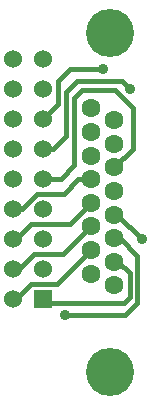
<source format=gbl>
G04 (created by PCBNEW-RS274X (2010-12-23 BZR 2684)-stable) date 12/2/2011 7:38:03 AM*
G01*
G70*
G90*
%MOIN*%
G04 Gerber Fmt 3.4, Leading zero omitted, Abs format*
%FSLAX34Y34*%
G04 APERTURE LIST*
%ADD10C,0.006000*%
%ADD11C,0.060000*%
%ADD12R,0.060000X0.060000*%
%ADD13C,0.063000*%
%ADD14C,0.160000*%
%ADD15C,0.035000*%
%ADD16C,0.016000*%
G04 APERTURE END LIST*
G54D10*
G54D11*
X66350Y-39050D03*
X65350Y-39050D03*
X65350Y-40050D03*
X66350Y-40050D03*
G54D12*
X66350Y-47050D03*
G54D11*
X65350Y-47050D03*
X66350Y-46050D03*
X65350Y-46050D03*
X66350Y-45050D03*
X65350Y-45050D03*
X66350Y-44050D03*
X65350Y-44050D03*
X66350Y-43050D03*
X65350Y-43050D03*
X66350Y-42050D03*
X65350Y-42050D03*
X66350Y-41050D03*
X65350Y-41050D03*
G54D13*
X68744Y-46606D03*
X67957Y-46212D03*
X68744Y-45819D03*
X67957Y-45425D03*
X68744Y-45031D03*
X67957Y-44638D03*
X68744Y-44244D03*
X67957Y-43850D03*
X68744Y-43457D03*
X67957Y-43063D03*
X68744Y-42669D03*
X67957Y-42275D03*
X68744Y-41882D03*
X67957Y-41488D03*
X68744Y-41094D03*
X67957Y-40701D03*
G54D14*
X68600Y-38200D03*
X68600Y-49500D03*
G54D15*
X68350Y-39400D03*
X69250Y-40050D03*
X69650Y-45050D03*
X67100Y-47600D03*
G54D16*
X67050Y-43550D02*
X66150Y-43550D01*
X67957Y-43063D02*
X67537Y-43063D01*
X66150Y-43550D02*
X65650Y-44050D01*
X67537Y-43063D02*
X67050Y-43550D01*
X65650Y-44050D02*
X65350Y-44050D01*
X66850Y-39800D02*
X66850Y-40550D01*
X66850Y-40550D02*
X66350Y-41050D01*
X68350Y-39400D02*
X67250Y-39400D01*
X67250Y-39400D02*
X66850Y-39800D01*
X67138Y-40162D02*
X67500Y-39800D01*
X66705Y-42050D02*
X67138Y-41617D01*
X69000Y-39800D02*
X69250Y-40050D01*
X66350Y-42050D02*
X66705Y-42050D01*
X67500Y-39800D02*
X69000Y-39800D01*
X67138Y-41617D02*
X67138Y-40162D01*
X68750Y-40100D02*
X69350Y-40700D01*
X66950Y-43050D02*
X67400Y-42600D01*
X67650Y-40100D02*
X68750Y-40100D01*
X67400Y-42600D02*
X67400Y-40350D01*
X69350Y-42063D02*
X68744Y-42669D01*
X66350Y-43050D02*
X66950Y-43050D01*
X67400Y-40350D02*
X67650Y-40100D01*
X69350Y-40700D02*
X69350Y-42063D01*
X68844Y-44244D02*
X68744Y-44244D01*
X69650Y-45050D02*
X68844Y-44244D01*
X68744Y-45031D02*
X68931Y-45031D01*
X69100Y-47600D02*
X67100Y-47600D01*
X69512Y-47188D02*
X69100Y-47600D01*
X69512Y-45612D02*
X69512Y-47188D01*
X68931Y-45031D02*
X69512Y-45612D01*
X65350Y-46050D02*
X65550Y-46050D01*
X65550Y-46050D02*
X66050Y-45550D01*
X67045Y-45550D02*
X67957Y-44638D01*
X66050Y-45550D02*
X67045Y-45550D01*
X69050Y-47200D02*
X66500Y-47200D01*
X68744Y-45819D02*
X68869Y-45819D01*
X66500Y-47200D02*
X66350Y-47050D01*
X69250Y-47000D02*
X69050Y-47200D01*
X68869Y-45819D02*
X69250Y-46200D01*
X69250Y-46200D02*
X69250Y-47000D01*
X66832Y-46550D02*
X67957Y-45425D01*
X65975Y-46550D02*
X66832Y-46550D01*
X65350Y-47050D02*
X65475Y-47050D01*
X65475Y-47050D02*
X65975Y-46550D01*
X65350Y-45050D02*
X65450Y-45050D01*
X65450Y-45050D02*
X65950Y-44550D01*
X67257Y-44550D02*
X67957Y-43850D01*
X65950Y-44550D02*
X67257Y-44550D01*
M02*

</source>
